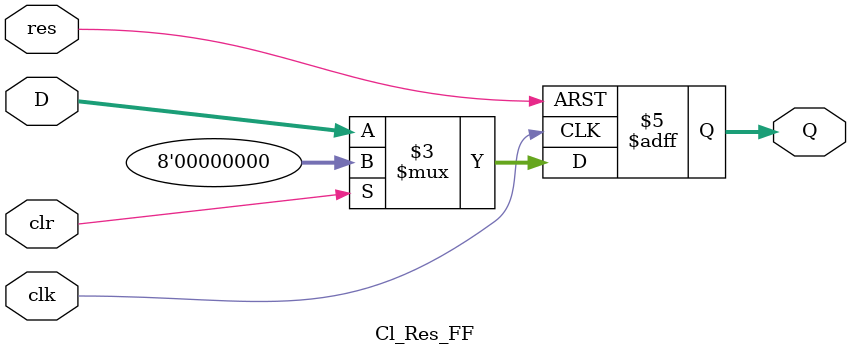
<source format=sv>
module Cl_Res_FF#(parameter width =8)(input logic clk, res, clr, input logic [width-1:0] D, output logic [width-1:0] Q);
//asynchronous reset, multiple clocks
always_ff @(posedge clk, posedge res)
if(res) Q<=0;
else
if(clr) Q<=0;
else Q<=D;
endmodule 
</source>
